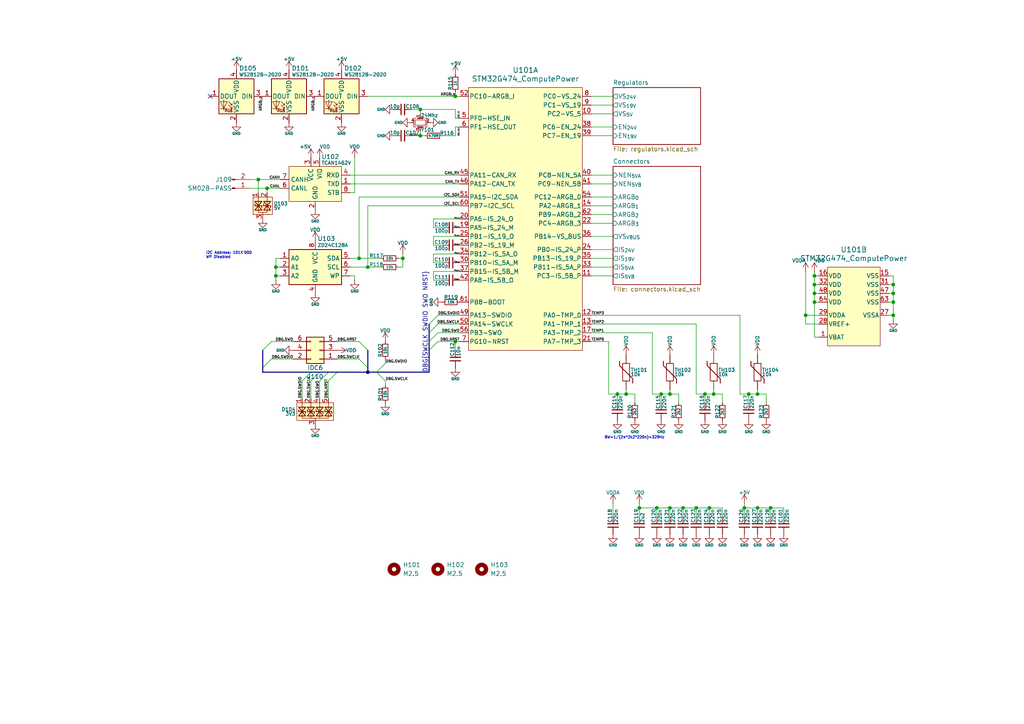
<source format=kicad_sch>
(kicad_sch (version 20250114) (generator "eeschema") (generator_version "9.0")
  (paper "A4")
  (text "I2C Address: 101X'000\nWP Disabled" (at 59.69 73.025 0) (effects (font (size 0.762 0.762)) (justify left top)))
  (text "BW=1/(2π*2k2*220n)=329Hz" (at 175.26 127 0) (effects (font (size 0.762 0.762)) (justify left)))
  (junction (at 77.47 54.61))
  (junction (at 106.68 107.95))
  (junction (at 179.07 114.3))
  (junction (at 104.14 74.93))
  (junction (at 116.84 74.93))
  (junction (at 80.01 77.47))
  (junction (at 181.61 114.3))
  (junction (at 223.52 147.32))
  (junction (at 191.77 114.3))
  (junction (at 236.22 80.01))
  (junction (at 80.01 80.01))
  (junction (at 121.92 39.37))
  (junction (at 236.22 87.63))
  (junction (at 198.12 147.32))
  (junction (at 132.08 99.06))
  (junction (at 132.08 27.94))
  (junction (at 236.22 82.55))
  (junction (at 259.08 82.55))
  (junction (at 121.92 31.75))
  (junction (at 259.08 91.44))
  (junction (at 106.68 77.47))
  (junction (at 190.5 147.32))
  (junction (at 201.93 147.32))
  (junction (at 194.31 114.3))
  (junction (at 219.71 114.3))
  (junction (at 207.01 114.3))
  (junction (at 204.47 114.3))
  (junction (at 233.68 91.44))
  (junction (at 215.9 147.32))
  (junction (at 205.74 147.32))
  (junction (at 74.93 52.07))
  (junction (at 259.08 87.63))
  (junction (at 259.08 85.09))
  (junction (at 219.71 147.32))
  (junction (at 217.17 114.3))
  (junction (at 236.22 85.09))
  (junction (at 185.42 147.32))
  (junction (at 194.31 147.32))
  (no_connect (at 60.96 27.94))
  (bus_entry (at 92.71 110.49) (size 2.54 -2.54))
  (bus_entry (at 124.46 96.52) (size 2.54 -2.54))
  (bus_entry (at 95.25 110.49) (size 2.54 -2.54))
  (bus_entry (at 90.17 110.49) (size 2.54 -2.54))
  (bus_entry (at 87.63 110.49) (size 2.54 -2.54))
  (bus_entry (at 78.74 99.06) (size -2.54 2.54))
  (bus_entry (at 104.14 99.06) (size 2.54 2.54))
  (bus_entry (at 124.46 93.98) (size 2.54 -2.54))
  (bus_entry (at 109.22 107.95) (size 2.54 2.54))
  (bus_entry (at 124.46 99.06) (size 2.54 -2.54))
  (bus_entry (at 109.22 107.95) (size 2.54 -2.54))
  (bus_entry (at 78.74 104.14) (size -2.54 2.54))
  (bus_entry (at 104.14 104.14) (size 2.54 2.54))
  (bus_entry (at 124.46 101.6) (size 2.54 -2.54))
  (wire (pts (xy 201.93 149.86) (xy 201.93 147.32)))
  (wire (pts (xy 259.08 85.09) (xy 259.08 87.63)))
  (wire (pts (xy 121.92 31.75) (xy 121.92 33.02)))
  (wire (pts (xy 219.71 147.32) (xy 223.52 147.32)))
  (wire (pts (xy 110.49 77.47) (xy 106.68 77.47)))
  (wire (pts (xy 236.22 85.09) (xy 236.22 87.63)))
  (wire (pts (xy 81.28 80.01) (xy 80.01 80.01)))
  (wire (pts (xy 125.73 78.74) (xy 125.73 81.28)))
  (wire (pts (xy 132.08 26.67) (xy 132.08 27.94)))
  (wire (pts (xy 185.42 147.32) (xy 190.5 147.32)))
  (wire (pts (xy 171.45 64.77) (xy 177.8 64.77)))
  (wire (pts (xy 194.31 147.32) (xy 198.12 147.32)))
  (wire (pts (xy 132.08 99.06) (xy 132.08 101.6)))
  (wire (pts (xy 77.47 54.61) (xy 81.28 54.61)))
  (wire (pts (xy 171.45 36.83) (xy 177.8 36.83)))
  (wire (pts (xy 115.57 74.93) (xy 116.84 74.93)))
  (wire (pts (xy 78.74 104.14) (xy 85.09 104.14)))
  (wire (pts (xy 125.73 81.28) (xy 128.27 81.28)))
  (wire (pts (xy 171.45 53.34) (xy 177.8 53.34)))
  (bus (pts (xy 124.46 101.6) (xy 124.46 107.95)))
  (wire (pts (xy 80.01 74.93) (xy 81.28 74.93)))
  (wire (pts (xy 111.76 105.41) (xy 111.76 104.14)))
  (wire (pts (xy 217.17 114.3) (xy 219.71 114.3)))
  (wire (pts (xy 97.79 104.14) (xy 104.14 104.14)))
  (wire (pts (xy 236.22 87.63) (xy 236.22 97.79)))
  (bus (pts (xy 124.46 96.52) (xy 124.46 99.06)))
  (wire (pts (xy 121.92 39.37) (xy 123.19 39.37)))
  (wire (pts (xy 171.45 39.37) (xy 177.8 39.37)))
  (wire (pts (xy 236.22 82.55) (xy 237.49 82.55)))
  (wire (pts (xy 132.08 39.37) (xy 132.08 36.83)))
  (wire (pts (xy 189.23 114.3) (xy 191.77 114.3)))
  (wire (pts (xy 207.01 114.3) (xy 209.55 114.3)))
  (wire (pts (xy 101.6 80.01) (xy 102.87 80.01)))
  (wire (pts (xy 171.45 27.94) (xy 177.8 27.94)))
  (wire (pts (xy 201.93 147.32) (xy 205.74 147.32)))
  (wire (pts (xy 125.73 66.04) (xy 128.27 66.04)))
  (wire (pts (xy 101.6 53.34) (xy 133.35 53.34)))
  (wire (pts (xy 171.45 72.39) (xy 177.8 72.39)))
  (bus (pts (xy 76.2 106.68) (xy 76.2 107.95)))
  (wire (pts (xy 204.47 114.3) (xy 204.47 116.84)))
  (bus (pts (xy 124.46 93.98) (xy 124.46 96.52)))
  (wire (pts (xy 72.39 52.07) (xy 74.93 52.07)))
  (wire (pts (xy 233.68 93.98) (xy 237.49 93.98)))
  (wire (pts (xy 259.08 82.55) (xy 259.08 85.09)))
  (wire (pts (xy 214.63 91.44) (xy 171.45 91.44)))
  (wire (pts (xy 132.08 34.29) (xy 132.08 31.75)))
  (wire (pts (xy 201.93 93.98) (xy 171.45 93.98)))
  (wire (pts (xy 72.39 54.61) (xy 77.47 54.61)))
  (wire (pts (xy 215.9 146.05) (xy 215.9 147.32)))
  (wire (pts (xy 233.68 78.74) (xy 233.68 91.44)))
  (bus (pts (xy 92.71 107.95) (xy 95.25 107.95)))
  (wire (pts (xy 205.74 149.86) (xy 205.74 147.32)))
  (bus (pts (xy 97.79 107.95) (xy 106.68 107.95)))
  (wire (pts (xy 106.68 59.69) (xy 106.68 77.47)))
  (wire (pts (xy 121.92 39.37) (xy 119.38 39.37)))
  (wire (pts (xy 179.07 114.3) (xy 181.61 114.3)))
  (wire (pts (xy 185.42 147.32) (xy 185.42 149.86)))
  (wire (pts (xy 194.31 114.3) (xy 196.85 114.3)))
  (wire (pts (xy 133.35 78.74) (xy 125.73 78.74)))
  (wire (pts (xy 77.47 54.61) (xy 77.47 55.88)))
  (wire (pts (xy 215.9 147.32) (xy 219.71 147.32)))
  (wire (pts (xy 95.25 110.49) (xy 95.25 115.57)))
  (wire (pts (xy 201.93 114.3) (xy 204.47 114.3)))
  (wire (pts (xy 259.08 87.63) (xy 259.08 91.44)))
  (wire (pts (xy 177.8 146.05) (xy 177.8 149.86)))
  (bus (pts (xy 106.68 106.68) (xy 106.68 107.95)))
  (bus (pts (xy 106.68 107.95) (xy 109.22 107.95)))
  (wire (pts (xy 209.55 149.86) (xy 209.55 147.32)))
  (wire (pts (xy 125.73 73.66) (xy 125.73 76.2)))
  (wire (pts (xy 194.31 113.03) (xy 194.31 114.3)))
  (wire (pts (xy 128.27 39.37) (xy 132.08 39.37)))
  (wire (pts (xy 97.79 99.06) (xy 104.14 99.06)))
  (wire (pts (xy 236.22 85.09) (xy 237.49 85.09)))
  (wire (pts (xy 116.84 74.93) (xy 116.84 73.66)))
  (wire (pts (xy 133.35 57.15) (xy 104.14 57.15)))
  (wire (pts (xy 227.33 149.86) (xy 227.33 147.32)))
  (wire (pts (xy 257.81 85.09) (xy 259.08 85.09)))
  (wire (pts (xy 223.52 149.86) (xy 223.52 147.32)))
  (wire (pts (xy 78.74 99.06) (xy 85.09 99.06)))
  (wire (pts (xy 106.68 27.94) (xy 132.08 27.94)))
  (bus (pts (xy 124.46 99.06) (xy 124.46 101.6)))
  (wire (pts (xy 257.81 91.44) (xy 259.08 91.44)))
  (wire (pts (xy 92.71 110.49) (xy 92.71 115.57)))
  (wire (pts (xy 236.22 78.74) (xy 236.22 80.01)))
  (wire (pts (xy 222.25 114.3) (xy 222.25 116.84)))
  (wire (pts (xy 127 96.52) (xy 133.35 96.52)))
  (wire (pts (xy 80.01 80.01) (xy 80.01 81.28)))
  (wire (pts (xy 74.93 52.07) (xy 81.28 52.07)))
  (wire (pts (xy 190.5 147.32) (xy 194.31 147.32)))
  (wire (pts (xy 125.73 76.2) (xy 128.27 76.2)))
  (wire (pts (xy 101.6 50.8) (xy 133.35 50.8)))
  (wire (pts (xy 125.73 63.5) (xy 125.73 66.04)))
  (wire (pts (xy 87.63 110.49) (xy 87.63 115.57)))
  (wire (pts (xy 214.63 114.3) (xy 214.63 91.44)))
  (wire (pts (xy 171.45 74.93) (xy 177.8 74.93)))
  (wire (pts (xy 81.28 77.47) (xy 80.01 77.47)))
  (wire (pts (xy 115.57 77.47) (xy 116.84 77.47)))
  (bus (pts (xy 90.17 107.95) (xy 92.71 107.95)))
  (wire (pts (xy 133.35 68.58) (xy 125.73 68.58)))
  (wire (pts (xy 80.01 77.47) (xy 80.01 80.01)))
  (wire (pts (xy 191.77 114.3) (xy 194.31 114.3)))
  (wire (pts (xy 201.93 114.3) (xy 201.93 93.98)))
  (wire (pts (xy 219.71 114.3) (xy 222.25 114.3)))
  (bus (pts (xy 76.2 101.6) (xy 76.2 106.68)))
  (wire (pts (xy 205.74 147.32) (xy 209.55 147.32)))
  (bus (pts (xy 90.17 107.95) (xy 76.2 107.95)))
  (wire (pts (xy 104.14 74.93) (xy 110.49 74.93)))
  (wire (pts (xy 236.22 97.79) (xy 237.49 97.79)))
  (wire (pts (xy 74.93 52.07) (xy 74.93 55.88)))
  (wire (pts (xy 223.52 147.32) (xy 227.33 147.32)))
  (wire (pts (xy 179.07 114.3) (xy 179.07 116.84)))
  (wire (pts (xy 215.9 149.86) (xy 215.9 147.32)))
  (wire (pts (xy 233.68 91.44) (xy 233.68 93.98)))
  (wire (pts (xy 171.45 50.8) (xy 177.8 50.8)))
  (bus (pts (xy 106.68 101.6) (xy 106.68 106.68)))
  (wire (pts (xy 257.81 82.55) (xy 259.08 82.55)))
  (wire (pts (xy 125.73 71.12) (xy 128.27 71.12)))
  (wire (pts (xy 104.14 74.93) (xy 101.6 74.93)))
  (wire (pts (xy 207.01 113.03) (xy 207.01 114.3)))
  (wire (pts (xy 127 93.98) (xy 133.35 93.98)))
  (wire (pts (xy 176.53 114.3) (xy 179.07 114.3)))
  (wire (pts (xy 191.77 114.3) (xy 191.77 116.84)))
  (wire (pts (xy 259.08 80.01) (xy 259.08 82.55)))
  (wire (pts (xy 133.35 73.66) (xy 125.73 73.66)))
  (wire (pts (xy 171.45 30.48) (xy 177.8 30.48)))
  (wire (pts (xy 184.15 114.3) (xy 184.15 116.84)))
  (wire (pts (xy 176.53 99.06) (xy 171.45 99.06)))
  (wire (pts (xy 125.73 68.58) (xy 125.73 71.12)))
  (wire (pts (xy 132.08 36.83) (xy 133.35 36.83)))
  (wire (pts (xy 214.63 114.3) (xy 217.17 114.3)))
  (wire (pts (xy 171.45 80.01) (xy 177.8 80.01)))
  (wire (pts (xy 80.01 74.93) (xy 80.01 77.47)))
  (wire (pts (xy 101.6 55.88) (xy 102.87 55.88)))
  (wire (pts (xy 90.17 110.49) (xy 90.17 115.57)))
  (wire (pts (xy 236.22 82.55) (xy 236.22 85.09)))
  (wire (pts (xy 101.6 77.47) (xy 106.68 77.47)))
  (wire (pts (xy 102.87 45.72) (xy 102.87 55.88)))
  (wire (pts (xy 171.45 77.47) (xy 177.8 77.47)))
  (wire (pts (xy 198.12 149.86) (xy 198.12 147.32)))
  (wire (pts (xy 219.71 113.03) (xy 219.71 114.3)))
  (wire (pts (xy 106.68 59.69) (xy 133.35 59.69)))
  (wire (pts (xy 171.45 59.69) (xy 177.8 59.69)))
  (wire (pts (xy 121.92 38.1) (xy 121.92 39.37)))
  (wire (pts (xy 185.42 146.05) (xy 185.42 147.32)))
  (wire (pts (xy 257.81 80.01) (xy 259.08 80.01)))
  (wire (pts (xy 204.47 114.3) (xy 207.01 114.3)))
  (wire (pts (xy 237.49 91.44) (xy 233.68 91.44)))
  (wire (pts (xy 181.61 114.3) (xy 184.15 114.3)))
  (wire (pts (xy 121.92 31.75) (xy 132.08 31.75)))
  (wire (pts (xy 171.45 68.58) (xy 177.8 68.58)))
  (wire (pts (xy 257.81 87.63) (xy 259.08 87.63)))
  (wire (pts (xy 194.31 149.86) (xy 194.31 147.32)))
  (wire (pts (xy 190.5 149.86) (xy 190.5 147.32)))
  (wire (pts (xy 171.45 33.02) (xy 177.8 33.02)))
  (wire (pts (xy 102.87 80.01) (xy 102.87 81.28)))
  (wire (pts (xy 217.17 114.3) (xy 217.17 116.84)))
  (wire (pts (xy 176.53 114.3) (xy 176.53 99.06)))
  (wire (pts (xy 209.55 114.3) (xy 209.55 116.84)))
  (wire (pts (xy 132.08 99.06) (xy 133.35 99.06)))
  (wire (pts (xy 104.14 57.15) (xy 104.14 74.93)))
  (wire (pts (xy 127 99.06) (xy 132.08 99.06)))
  (wire (pts (xy 181.61 113.03) (xy 181.61 114.3)))
  (wire (pts (xy 259.08 91.44) (xy 259.08 92.71)))
  (wire (pts (xy 111.76 110.49) (xy 111.76 111.76)))
  (wire (pts (xy 127 91.44) (xy 133.35 91.44)))
  (wire (pts (xy 171.45 57.15) (xy 177.8 57.15)))
  (wire (pts (xy 196.85 114.3) (xy 196.85 116.84)))
  (wire (pts (xy 236.22 80.01) (xy 237.49 80.01)))
  (wire (pts (xy 116.84 77.47) (xy 116.84 74.93)))
  (wire (pts (xy 133.35 34.29) (xy 132.08 34.29)))
  (wire (pts (xy 219.71 149.86) (xy 219.71 147.32)))
  (bus (pts (xy 109.22 107.95) (xy 124.46 107.95)))
  (wire (pts (xy 119.38 31.75) (xy 121.92 31.75)))
  (wire (pts (xy 171.45 62.23) (xy 177.8 62.23)))
  (wire (pts (xy 198.12 147.32) (xy 201.93 147.32)))
  (wire (pts (xy 132.08 27.94) (xy 133.35 27.94)))
  (wire (pts (xy 237.49 87.63) (xy 236.22 87.63)))
  (wire (pts (xy 171.45 96.52) (xy 189.23 96.52)))
  (wire (pts (xy 189.23 96.52) (xy 189.23 114.3)))
  (bus (pts (xy 95.25 107.95) (xy 97.79 107.95)))
  (wire (pts (xy 236.22 80.01) (xy 236.22 82.55)))
  (wire (pts (xy 133.35 63.5) (xy 125.73 63.5)))
  (label "CAN_RX" (at 133.35 50.8 180) (effects (font (size 0.762 0.762))))
  (label "OSC_OUT_L" (at 121.92 39.37 180) (effects (font (size 0.381 0.381))))
  (label "DBG.SWCLK" (at 90.17 115.57 90) (effects (font (size 0.762 0.762))))
  (label "OSC_IN" (at 133.35 34.29 90) (effects (font (size 0.381 0.381))))
  (label "DBG.SWCLK" (at 97.79 104.14 0) (effects (font (size 0.762 0.762))))
  (label "DBG.SWCLK" (at 133.35 93.98 180) (effects (font (size 0.762 0.762))))
  (label "ARGB_{I,0}" (at 132.08 27.94 180) (effects (font (size 0.762 0.762))))
  (label "I2C_SCL" (at 133.35 59.69 180) (effects (font (size 0.762 0.762))))
  (label "IS_{19,O}" (at 133.35 68.58 180) (effects (font (size 0.381 0.381))))
  (label "TEMP2" (at 171.45 93.98 0) (effects (font (size 0.762 0.762))))
  (label "DBG.SWDIO" (at 133.35 91.44 180) (effects (font (size 0.762 0.762))))
  (label "DBG.SWO" (at 85.09 99.06 180) (effects (font (size 0.762 0.762))))
  (label "IS_{5A,M}" (at 133.35 76.2 180) (effects (font (size 0.381 0.381))))
  (label "CANH" (at 81.28 52.07 180) (effects (font (size 0.762 0.762))))
  (label "DBG.SWO" (at 133.35 96.52 180) (effects (font (size 0.762 0.762))))
  (label "OSC_OUT" (at 133.35 36.83 270) (effects (font (size 0.381 0.381))))
  (label "DBG.NRST" (at 133.35 99.06 180) (effects (font (size 0.762 0.762))))
  (label "IS_{24,M}" (at 133.35 66.04 180) (effects (font (size 0.381 0.381))))
  (label "ARGB_{I,2}" (at 76.2 27.94 270) (effects (font (size 0.762 0.762))))
  (label "IS_{24,O}" (at 133.35 63.5 180) (effects (font (size 0.381 0.381))))
  (label "IS_{5A,O}" (at 133.3369 73.66 180) (effects (font (size 0.381 0.381))))
  (label "DBG.SWDIO" (at 87.63 115.57 90) (effects (font (size 0.762 0.762))))
  (label "IS_{19,M}" (at 133.35 71.12 180) (effects (font (size 0.381 0.381))))
  (label "DBG.SWDIO" (at 85.09 104.14 180) (effects (font (size 0.762 0.762))))
  (label "DBG.SWDIO" (at 111.76 105.41 0) (effects (font (size 0.762 0.762))))
  (label "DBG.NRST" (at 95.25 115.57 90) (effects (font (size 0.762 0.762))))
  (label "CANL" (at 81.2666 54.61 180) (effects (font (size 0.762 0.762))))
  (label "TEMP3" (at 171.45 91.44 0) (effects (font (size 0.762 0.762))))
  (label "DBG.SWO" (at 92.71 115.57 90) (effects (font (size 0.762 0.762))))
  (label "TEMP0" (at 171.45 99.06 0) (effects (font (size 0.762 0.762))))
  (label "DBG.SWCLK" (at 111.76 110.49 0) (effects (font (size 0.762 0.762))))
  (label "ARGB_{I,1}" (at 91.44 27.94 270) (effects (font (size 0.762 0.762))))
  (label "TEMP1" (at 171.45 96.52 0) (effects (font (size 0.762 0.762))))
  (label "DBG{SWCLK SWDIO SWO NRST}" (at 124.46 107.95 90))
  (label "IS_{5B,O}" (at 133.35 78.74 180) (effects (font (size 0.381 0.381))))
  (label "DBG.NRST" (at 97.79 99.06 0) (effects (font (size 0.762 0.762))))
  (label "I2C_SDA" (at 133.35 57.15 180) (effects (font (size 0.762 0.762))))
  (label "CAN_TX" (at 133.35 53.34 180) (effects (font (size 0.762 0.762))))
  (label "IS_{5B,M}" (at 133.35 81.28 180) (effects (font (size 0.381 0.381))))
  (symbol (lib_id "power:VDD") (at 181.61 102.87 0) (mirror y) (unit 1)
    (property "Reference" "#PWR0195" (effects (hide yes)))
    (property "Value" "VDD" (at 181.61 100.33 90) (effects (font (size 1.016 1.016)) (justify left)))
    (property "Description" "Power symbol creates a global label with name \"VDD\"" (effects (hide yes)))
  )
  (symbol (lib_id "power:GND") (at 205.74 154.94 0) (unit 1)
    (property "Reference" "#PWR0235" (effects (hide yes)))
    (property "Value" "GND" (at 205.74 158.115 0) (effects (font (size 0.762 0.762))))
    (property "Description" "Power symbol creates a global label with name \"GND\" , ground" (effects (hide yes)))
  )
  (symbol (lib_id "power:GND") (at 196.85 121.92 0) (unit 1)
    (property "Reference" "#PWR0210" (effects (hide yes)))
    (property "Value" "GND" (at 196.85 125.222 0) (effects (font (size 0.762 0.762))))
    (property "Description" "Power symbol creates a global label with name \"GND\" , ground" (effects (hide yes)))
  )
  (symbol (lib_id "power:GND") (at 184.15 121.92 0) (unit 1)
    (property "Reference" "#PWR0208" (effects (hide yes)))
    (property "Value" "GND" (at 184.15 125.222 0) (effects (font (size 0.762 0.762))))
    (property "Description" "Power symbol creates a global label with name \"GND\" , ground" (effects (hide yes)))
  )
  (symbol (lib_id "Bluesat:D_TVS_Dual_Compact") (at 76.2 59.69 0) (unit 1)
    (property "Reference" "D103" (at 79.375 59.055 0) (effects (font (size 1.016 1.016)) (justify left)))
    (property "Value" "5V" (at 79.375 60.325 0) (effects (font (size 1.016 1.016)) (justify left)))
    (property "Footprint" "Package_TO_SOT_SMD:SOT-523" (effects (hide yes)))
    (property "Description" "Dual bidirectional transient-voltage-suppression diode, compact symbol" (effects (hide yes)))
  )
  (symbol (lib_id "Bluesat:C_CompactV") (at 204.47 119.38 0) (unit 1)
    (property "Reference" "C116" (at 203.581 118.618 90) (effects (font (size 1.016 1.016)) (justify left)))
    (property "Value" "220n" (at 205.359 118.618 90) (effects (font (size 1.016 1.016)) (justify left)))
    (property "Footprint" "Capacitor_SMD:C_0402_1005Metric" (effects (hide yes)))
    (property "Description" "Unpolarized capacitor, compact symbol" (effects (hide yes)))
  )
  (symbol (lib_id "power:GND") (at 217.17 121.92 0) (unit 1)
    (property "Reference" "#PWR0219" (effects (hide yes)))
    (property "Value" "GND" (at 217.17 125.222 0) (effects (font (size 0.762 0.762))))
    (property "Description" "Power symbol creates a global label with name \"GND\" , ground" (effects (hide yes)))
  )
  (symbol (lib_id "LED:WS2812B-2020") (at 83.82 27.94 0) (mirror y) (unit 1)
    (property "Reference" "D101" (at 84.582 19.812 0) (effects (justify right)))
    (property "Value" "WS2812B-2020" (at 84.582 21.6468 0) (effects (font (size 1.016 1.016)) (justify right)))
    (property "Footprint" "LED_SMD:LED_WS2812B-2020_PLCC4_2.0x2.0mm" (effects (hide yes)))
    (property "Datasheet" "https://cdn-shop.adafruit.com/product-files/4684/4684_WS2812B-2020_V1.3_EN.pdf" (effects (hide yes)))
    (property "Description" "RGB LED with integrated controller, 2.0 x 2.0 mm, 12 mA" (effects (hide yes)))
  )
  (symbol (lib_id "power:GND") (at 223.52 154.94 0) (unit 1)
    (property "Reference" "#PWR0239" (effects (hide yes)))
    (property "Value" "GND" (at 223.52 158.115 0) (effects (font (size 0.762 0.762))))
    (property "Description" "Power symbol creates a global label with name \"GND\" , ground" (effects (hide yes)))
  )
  (symbol (lib_id "Bluesat:R_CompactV") (at 130.81 87.63 270) (unit 1)
    (property "Reference" "R119" (at 130.81 86.741 90) (effects (font (size 1.016 1.016)) (justify bottom)))
    (property "Value" "10k" (at 130.81 87.63 90) (effects (font (size 0.762 0.762))))
    (property "Footprint" "Resistor_SMD:R_0402_1005Metric" (effects (hide yes)))
    (property "Description" "Resistor, compact symbol" (effects (hide yes)))
  )
  (symbol (lib_id "Bluesat:C_CompactV") (at 185.42 152.4 0) (unit 1)
    (property "Reference" "C119" (at 184.531 151.638 90) (effects (font (size 1.016 1.016)) (justify left)))
    (property "Value" "2u2" (at 186.309 151.638 90) (effects (font (size 1.016 1.016)) (justify left)))
    (property "Footprint" "Capacitor_SMD:C_0603_1608Metric" (effects (hide yes)))
    (property "Description" "Unpolarized capacitor, compact symbol" (effects (hide yes)))
  )
  (symbol (lib_id "Bluesat:C_CompactV") (at 191.77 119.38 0) (unit 1)
    (property "Reference" "C115" (at 190.881 118.618 90) (effects (font (size 1.016 1.016)) (justify left)))
    (property "Value" "220n" (at 192.659 118.618 90) (effects (font (size 1.016 1.016)) (justify left)))
    (property "Footprint" "Capacitor_SMD:C_0402_1005Metric" (effects (hide yes)))
    (property "Description" "Unpolarized capacitor, compact symbol" (effects (hide yes)))
  )
  (symbol (lib_id "Bluesat:STM32G474_ComputePower") (at 152.4 25.4 0) (unit 1)
    (property "Reference" "U101" (at 152.4 20.32 0) (effects (font (size 1.524 1.524))))
    (property "Value" "STM32G474_ComputePower" (at 152.4 22.86 0) (effects (font (size 1.524 1.524))))
    (property "Footprint" "Bluesat:LQFP-64-0.5" (effects (hide yes)))
    (property "Datasheet" "https://www.st.com/resource/en/datasheet/stm32g474cb.pdf" (effects (hide yes)))
  )
  (symbol (lib_id "power:GND") (at 124.46 35.56 90) (unit 1)
    (property "Reference" "#PWR0177" (effects (hide yes)))
    (property "Value" "GND" (at 127 35.56 90) (effects (font (size 0.762 0.762)) (justify right)))
    (property "Description" "Power symbol creates a global label with name \"GND\" , ground" (effects (hide yes)))
  )
  (symbol (lib_id "power:+5V") (at 83.82 20.32 0) (unit 1)
    (property "Reference" "#PWR0164" (effects (hide yes)))
    (property "Value" "+5V" (at 83.82 17.145 0) (effects (font (size 1.016 1.016))))
    (property "Description" "Power symbol creates a global label with name \"+5V\"" (effects (hide yes)))
  )
  (symbol (lib_id "Bluesat:C_CompactV") (at 179.07 119.38 0) (unit 1)
    (property "Reference" "C114" (at 178.181 118.618 90) (effects (font (size 1.016 1.016)) (justify left)))
    (property "Value" "220n" (at 179.959 118.618 90) (effects (font (size 1.016 1.016)) (justify left)))
    (property "Footprint" "Capacitor_SMD:C_0402_1005Metric" (effects (hide yes)))
    (property "Description" "Unpolarized capacitor, compact symbol" (effects (hide yes)))
  )
  (symbol (lib_id "power:GND") (at 91.44 60.96 0) (unit 1)
    (property "Reference" "#PWR0182" (effects (hide yes)))
    (property "Value" "GND" (at 91.44 64.135 0) (effects (font (size 0.762 0.762))))
    (property "Description" "Power symbol creates a global label with name \"GND\" , ground" (effects (hide yes)))
  )
  (symbol (lib_id "power:GND") (at 68.58 35.56 0) (unit 1)
    (property "Reference" "#PWR0103" (effects (hide yes)))
    (property "Value" "GND" (at 68.58 38.735 0) (effects (font (size 0.762 0.762))))
    (property "Description" "Power symbol creates a global label with name \"GND\" , ground" (effects (hide yes)))
  )
  (symbol (lib_id "Bluesat:R_CompactV") (at 184.15 119.38 0) (unit 1)
    (property "Reference" "R120" (at 183.261 119.38 90) (effects (font (size 1.016 1.016)) (justify bottom)))
    (property "Value" "2k2" (at 184.15 119.38 90) (effects (font (size 0.762 0.762))))
    (property "Footprint" "Resistor_SMD:R_0402_1005Metric" (effects (hide yes)))
    (property "Description" "Resistor, compact symbol" (effects (hide yes)))
  )
  (symbol (lib_id "power:GND") (at 179.07 121.92 0) (unit 1)
    (property "Reference" "#PWR0200" (effects (hide yes)))
    (property "Value" "GND" (at 179.07 125.222 0) (effects (font (size 0.762 0.762))))
    (property "Description" "Power symbol creates a global label with name \"GND\" , ground" (effects (hide yes)))
  )
  (symbol (lib_id "power:GND") (at 209.55 154.94 0) (unit 1)
    (property "Reference" "#PWR0236" (effects (hide yes)))
    (property "Value" "GND" (at 209.55 158.115 0) (effects (font (size 0.762 0.762))))
    (property "Description" "Power symbol creates a global label with name \"GND\" , ground" (effects (hide yes)))
  )
  (symbol (lib_id "power:VDD") (at 91.44 69.85 0) (unit 1)
    (property "Reference" "#PWR0184" (effects (hide yes)))
    (property "Value" "VDD" (at 91.44 66.675 0) (effects (font (size 1.016 1.016))))
    (property "Description" "Power symbol creates a global label with name \"VDD\"" (effects (hide yes)))
  )
  (symbol (lib_id "Bluesat:C_CompactH") (at 116.84 31.75 0) (unit 1)
    (property "Reference" "C106" (at 117.602 30.861 0) (effects (font (size 1.016 1.016)) (justify left)))
    (property "Value" "10p" (at 116.078 30.861 0) (effects (font (size 1.016 1.016)) (justify right)))
    (property "Footprint" "Capacitor_SMD:C_0402_1005Metric" (effects (hide yes)))
    (property "Description" "Unpolarized capacitor, compact symbol" (effects (hide yes)))
  )
  (symbol (lib_id "Bluesat:STM32G474_ComputePower") (at 247.65 77.47 0) (unit 2)
    (property "Reference" "U101" (at 247.65 72.39 0) (effects (font (size 1.524 1.524))))
    (property "Value" "STM32G474_ComputePower" (at 247.65 74.93 0) (effects (font (size 1.524 1.524))))
    (property "Footprint" "Bluesat:LQFP-64-0.5" (effects (hide yes)))
    (property "Datasheet" "https://www.st.com/resource/en/datasheet/stm32g474cb.pdf" (effects (hide yes)))
  )
  (symbol (lib_id "Bluesat:R_CompactV") (at 209.55 119.38 0) (unit 1)
    (property "Reference" "R122" (at 208.661 119.38 90) (effects (font (size 1.016 1.016)) (justify bottom)))
    (property "Value" "2k2" (at 209.55 119.38 90) (effects (font (size 0.762 0.762))))
    (property "Footprint" "Resistor_SMD:R_0402_1005Metric" (effects (hide yes)))
    (property "Description" "Resistor, compact symbol" (effects (hide yes)))
  )
  (symbol (lib_id "power:VDD") (at 194.31 102.87 0) (mirror y) (unit 1)
    (property "Reference" "#PWR0196" (effects (hide yes)))
    (property "Value" "VDD" (at 194.31 100.33 90) (effects (font (size 1.016 1.016)) (justify left)))
    (property "Description" "Power symbol creates a global label with name \"VDD\"" (effects (hide yes)))
  )
  (symbol (lib_id "Mechanical:MountingHole") (at 139.7 165.1 0) (unit 1) (in_bom no)
    (property "Reference" "H103" (at 142.24 163.8299 0) (effects (justify left)))
    (property "Value" "M2.5" (at 142.24 166.3699 0) (effects (justify left)))
    (property "Footprint" "Bluesat:M2.5" (effects (hide yes)))
    (property "Description" "Mounting Hole without connection" (effects (hide yes)))
  )
  (symbol (lib_id "power:GND") (at 190.5 154.94 0) (unit 1)
    (property "Reference" "#PWR0230" (effects (hide yes)))
    (property "Value" "GND" (at 190.5 158.115 0) (effects (font (size 0.762 0.762))))
    (property "Description" "Power symbol creates a global label with name \"GND\" , ground" (effects (hide yes)))
  )
  (symbol (lib_id "power:GND") (at 219.71 154.94 0) (unit 1)
    (property "Reference" "#PWR0238" (effects (hide yes)))
    (property "Value" "GND" (at 219.71 158.115 0) (effects (font (size 0.762 0.762))))
    (property "Description" "Power symbol creates a global label with name \"GND\" , ground" (effects (hide yes)))
  )
  (symbol (lib_id "power:GND") (at 99.06 35.56 0) (unit 1)
    (property "Reference" "#PWR0175" (effects (hide yes)))
    (property "Value" "GND" (at 99.06 38.735 0) (effects (font (size 0.762 0.762))))
    (property "Description" "Power symbol creates a global label with name \"GND\" , ground" (effects (hide yes)))
  )
  (symbol (lib_id "power:GND") (at 201.93 154.94 0) (unit 1)
    (property "Reference" "#PWR0233" (effects (hide yes)))
    (property "Value" "GND" (at 201.93 158.115 0) (effects (font (size 0.762 0.762))))
    (property "Description" "Power symbol creates a global label with name \"GND\" , ground" (effects (hide yes)))
  )
  (symbol (lib_id "power:GND") (at 91.44 123.19 0) (unit 1)
    (property "Reference" "#PWR0221" (effects (hide yes)))
    (property "Value" "GND" (at 91.44 126.365 0) (effects (font (size 0.762 0.762))))
    (property "Description" "Power symbol creates a global label with name \"GND\" , ground" (effects (hide yes)))
  )
  (symbol (lib_id "LED:WS2812B-2020") (at 99.06 27.94 0) (mirror y) (unit 1)
    (property "Reference" "D102" (at 99.822 19.812 0) (effects (justify right)))
    (property "Value" "WS2812B-2020" (at 99.822 21.6468 0) (effects (font (size 1.016 1.016)) (justify right)))
    (property "Footprint" "LED_SMD:LED_WS2812B-2020_PLCC4_2.0x2.0mm" (effects (hide yes)))
    (property "Datasheet" "https://cdn-shop.adafruit.com/product-files/4684/4684_WS2812B-2020_V1.3_EN.pdf" (effects (hide yes)))
    (property "Description" "RGB LED with integrated controller, 2.0 x 2.0 mm, 12 mA" (effects (hide yes)))
  )
  (symbol (lib_id "Bluesat:C_CompactV") (at 130.81 71.12 90) (mirror x) (unit 1)
    (property "Reference" "C109" (at 130.048 70.231 90) (effects (font (size 1.016 1.016)) (justify left)))
    (property "Value" "100p" (at 130.048 72.009 90) (effects (font (size 1.016 1.016)) (justify left)))
    (property "Footprint" "Capacitor_SMD:C_0402_1005Metric" (effects (hide yes)))
    (property "Description" "Unpolarized capacitor, compact symbol" (effects (hide yes)))
  )
  (symbol (lib_id "power:+5V") (at 99.06 20.32 0) (unit 1)
    (property "Reference" "#PWR0165" (effects (hide yes)))
    (property "Value" "+5V" (at 99.06 17.145 0) (effects (font (size 1.016 1.016))))
    (property "Description" "Power symbol creates a global label with name \"+5V\"" (effects (hide yes)))
  )
  (symbol (lib_id "power:GND") (at 111.76 116.84 0) (unit 1)
    (property "Reference" "#PWR0240" (effects (hide yes)))
    (property "Value" "GND" (at 111.76 120.015 0) (effects (font (size 0.762 0.762))))
    (property "Description" "Power symbol creates a global label with name \"GND\" , ground" (effects (hide yes)))
  )
  (symbol (lib_id "Bluesat:C_CompactV") (at 215.9 152.4 0) (unit 1)
    (property "Reference" "C126" (at 215.011 151.638 90) (effects (font (size 1.016 1.016)) (justify left)))
    (property "Value" "220n" (at 216.789 151.638 90) (effects (font (size 1.016 1.016)) (justify left)))
    (property "Footprint" "Capacitor_SMD:C_0402_1005Metric" (effects (hide yes)))
    (property "Description" "Unpolarized capacitor, compact symbol" (effects (hide yes)))
  )
  (symbol (lib_id "Device:Thermistor") (at 207.01 107.95 0) (unit 1)
    (property "Reference" "TH103" (at 208.28 107.315 0) (effects (font (size 1.016 1.016)) (justify left)))
    (property "Value" "10k" (at 208.28 108.585 0) (effects (font (size 1.016 1.016)) (justify left)))
    (property "Footprint" "Resistor_SMD:R_0402_1005Metric" (effects (hide yes)))
    (property "Description" "Temperature dependent resistor" (effects (hide yes)))
  )
  (symbol (lib_id "Bluesat:C_CompactV") (at 130.81 66.04 90) (mirror x) (unit 1)
    (property "Reference" "C108" (at 130.048 65.151 90) (effects (font (size 1.016 1.016)) (justify left)))
    (property "Value" "100p" (at 130.048 66.929 90) (effects (font (size 1.016 1.016)) (justify left)))
    (property "Footprint" "Capacitor_SMD:C_0402_1005Metric" (effects (hide yes)))
    (property "Description" "Unpolarized capacitor, compact symbol" (effects (hide yes)))
  )
  (symbol (lib_id "power:GND") (at 85.09 101.6 270) (unit 1)
    (property "Reference" "#PWR0194" (effects (hide yes)))
    (property "Value" "GND" (at 82.55 101.6 90) (effects (font (size 0.762 0.762)) (justify right)))
    (property "Description" "Power symbol creates a global label with name \"GND\" , ground" (effects (hide yes)))
  )
  (symbol (lib_id "Bluesat:C_CompactV") (at 198.12 152.4 0) (unit 1)
    (property "Reference" "C122" (at 197.231 151.638 90) (effects (font (size 1.016 1.016)) (justify left)))
    (property "Value" "220n" (at 199.009 151.638 90) (effects (font (size 1.016 1.016)) (justify left)))
    (property "Footprint" "Capacitor_SMD:C_0402_1005Metric" (effects (hide yes)))
    (property "Description" "Unpolarized capacitor, compact symbol" (effects (hide yes)))
  )
  (symbol (lib_id "Bluesat:C_CompactH") (at 116.84 39.37 0) (unit 1)
    (property "Reference" "C107" (at 117.602 38.481 0) (effects (font (size 1.016 1.016)) (justify left)))
    (property "Value" "10p" (at 116.078 38.481 0) (effects (font (size 1.016 1.016)) (justify right)))
    (property "Footprint" "Capacitor_SMD:C_0402_1005Metric" (effects (hide yes)))
    (property "Description" "Unpolarized capacitor, compact symbol" (effects (hide yes)))
  )
  (symbol (lib_id "power:GND") (at 227.33 154.94 0) (unit 1)
    (property "Reference" "#PWR0104" (effects (hide yes)))
    (property "Value" "GND" (at 227.33 158.115 0) (effects (font (size 0.762 0.762))))
    (property "Description" "Power symbol creates a global label with name \"GND\" , ground" (effects (hide yes)))
  )
  (symbol (lib_id "Bluesat:C_CompactV") (at 227.33 152.4 0) (unit 1)
    (property "Reference" "C101" (at 226.441 151.638 90) (effects (font (size 1.016 1.016)) (justify left)))
    (property "Value" "220n" (at 228.219 151.638 90) (effects (font (size 1.016 1.016)) (justify left)))
    (property "Footprint" "Capacitor_SMD:C_0402_1005Metric" (effects (hide yes)))
    (property "Description" "Unpolarized capacitor, compact symbol" (effects (hide yes)))
  )
  (symbol (lib_id "power:GND") (at 198.12 154.94 0) (unit 1)
    (property "Reference" "#PWR0232" (effects (hide yes)))
    (property "Value" "GND" (at 198.12 158.115 0) (effects (font (size 0.762 0.762))))
    (property "Description" "Power symbol creates a global label with name \"GND\" , ground" (effects (hide yes)))
  )
  (symbol (lib_id "Bluesat:R_CompactV") (at 132.08 24.13 0) (unit 1)
    (property "Reference" "R115" (at 131.191 24.13 90) (effects (font (size 1.016 1.016)) (justify bottom)))
    (property "Value" "1k" (at 132.08 24.13 90) (effects (font (size 0.762 0.762))))
    (property "Footprint" "Resistor_SMD:R_0402_1005Metric" (effects (hide yes)))
    (property "Description" "Resistor, compact symbol" (effects (hide yes)))
  )
  (symbol (lib_id "Bluesat:C_CompactV") (at 130.81 81.28 90) (mirror x) (unit 1)
    (property "Reference" "C111" (at 130.048 80.391 90) (effects (font (size 1.016 1.016)) (justify left)))
    (property "Value" "100p" (at 130.048 82.169 90) (effects (font (size 1.016 1.016)) (justify left)))
    (property "Footprint" "Capacitor_SMD:C_0402_1005Metric" (effects (hide yes)))
    (property "Description" "Unpolarized capacitor, compact symbol" (effects (hide yes)))
  )
  (symbol (lib_id "Bluesat:C_CompactV") (at 223.52 152.4 0) (unit 1)
    (property "Reference" "C128" (at 222.631 151.638 90) (effects (font (size 1.016 1.016)) (justify left)))
    (property "Value" "220n" (at 224.409 151.638 90) (effects (font (size 1.016 1.016)) (justify left)))
    (property "Footprint" "Capacitor_SMD:C_0402_1005Metric" (effects (hide yes)))
    (property "Description" "Unpolarized capacitor, compact symbol" (effects (hide yes)))
  )
  (symbol (lib_id "power:GND") (at 259.08 92.71 0) (unit 1)
    (property "Reference" "#PWR0192" (effects (hide yes)))
    (property "Value" "GND" (at 259.08 95.885 0) (effects (font (size 0.762 0.762))))
    (property "Description" "Power symbol creates a global label with name \"GND\" , ground" (effects (hide yes)))
  )
  (symbol (lib_id "Bluesat:R_CompactV") (at 111.76 114.3 0) (unit 1)
    (property "Reference" "R101" (at 110.871 114.3 90) (effects (font (size 1.016 1.016)) (justify bottom)))
    (property "Value" "10k" (at 111.76 114.3 90) (effects (font (size 0.762 0.762))))
    (property "Footprint" "Resistor_SMD:R_0402_1005Metric" (effects (hide yes)))
    (property "Description" "Resistor, compact symbol" (effects (hide yes)))
  )
  (symbol (lib_id "power:GND") (at 114.3 31.75 270) (mirror x) (unit 1)
    (property "Reference" "#PWR0167" (effects (hide yes)))
    (property "Value" "GND" (at 111.76 31.75 90) (effects (font (size 0.762 0.762)) (justify right)))
    (property "Description" "Power symbol creates a global label with name \"GND\" , ground" (effects (hide yes)))
  )
  (symbol (lib_id "power:GND") (at 128.27 87.63 270) (unit 1)
    (property "Reference" "#PWR0191" (effects (hide yes)))
    (property "Value" "GND" (at 125.095 87.63 0) (effects (font (size 0.762 0.762))))
    (property "Description" "Power symbol creates a global label with name \"GND\" , ground" (effects (hide yes)))
  )
  (symbol (lib_id "power:VDD") (at 102.87 45.72 0) (unit 1)
    (property "Reference" "#PWR0181" (effects (hide yes)))
    (property "Value" "VDD" (at 102.87 42.545 0) (effects (font (size 1.016 1.016))))
    (property "Description" "Power symbol creates a global label with name \"VDD\"" (effects (hide yes)))
  )
  (symbol (lib_id "Bluesat:R_CompactV") (at 196.85 119.38 0) (unit 1)
    (property "Reference" "R121" (at 195.961 119.38 90) (effects (font (size 1.016 1.016)) (justify bottom)))
    (property "Value" "2k2" (at 196.85 119.38 90) (effects (font (size 0.762 0.762))))
    (property "Footprint" "Resistor_SMD:R_0402_1005Metric" (effects (hide yes)))
    (property "Description" "Resistor, compact symbol" (effects (hide yes)))
  )
  (symbol (lib_id "power:VDD") (at 219.71 102.87 0) (mirror y) (unit 1)
    (property "Reference" "#PWR0198" (effects (hide yes)))
    (property "Value" "VDD" (at 219.71 100.33 90) (effects (font (size 1.016 1.016)) (justify left)))
    (property "Description" "Power symbol creates a global label with name \"VDD\"" (effects (hide yes)))
  )
  (symbol (lib_id "Connector_Generic:Conn_02x03_Odd_Even") (at 92.71 101.6 180) (unit 1)
    (property "Reference" "J110" (at 91.44 109.22 0))
    (property "Value" "IDC6" (at 91.44 106.68 0))
    (property "Footprint" "Bluesat:IDC6" (effects (hide yes)))
    (property "Description" "Generic connector, double row, 02x03, odd/even pin numbering scheme (row 1 odd numbers, row 2 even numbers), script generated (kicad-library-utils/schlib/autogen/connector/)" (effects (hide yes)))
  )
  (symbol (lib_id "Bluesat:C_CompactV") (at 219.71 152.4 0) (unit 1)
    (property "Reference" "C127" (at 218.821 151.638 90) (effects (font (size 1.016 1.016)) (justify left)))
    (property "Value" "220n" (at 220.599 151.638 90) (effects (font (size 1.016 1.016)) (justify left)))
    (property "Footprint" "Capacitor_SMD:C_0402_1005Metric" (effects (hide yes)))
    (property "Description" "Unpolarized capacitor, compact symbol" (effects (hide yes)))
  )
  (symbol (lib_id "power:GND") (at 177.8 154.94 0) (unit 1)
    (property "Reference" "#PWR0228" (effects (hide yes)))
    (property "Value" "GND" (at 177.8 158.115 0) (effects (font (size 0.762 0.762))))
    (property "Description" "Power symbol creates a global label with name \"GND\" , ground" (effects (hide yes)))
  )
  (symbol (lib_id "power:VDDA") (at 233.68 78.74 0) (unit 1)
    (property "Reference" "#PWR0186" (effects (hide yes)))
    (property "Value" "VDDA" (at 233.68 75.565 0) (effects (font (size 1.016 1.016)) (justify right)))
    (property "Description" "Power symbol creates a global label with name \"VDDA\"" (effects (hide yes)))
  )
  (symbol (lib_id "Mechanical:MountingHole") (at 114.3 165.1 0) (unit 1) (in_bom no)
    (property "Reference" "H101" (at 116.84 163.8299 0) (effects (justify left)))
    (property "Value" "M2.5" (at 116.84 166.3699 0) (effects (justify left)))
    (property "Footprint" "Bluesat:M2.5" (effects (hide yes)))
    (property "Description" "Mounting Hole without connection" (effects (hide yes)))
  )
  (symbol (lib_id "Bluesat:TCAN1462V") (at 91.44 53.34 0) (mirror y) (unit 1)
    (property "Reference" "U102" (at 93.218 45.466 0) (effects (justify right)))
    (property "Value" "TCAN1462V" (at 93.218 47.244 0) (effects (font (size 1.016 1.016)) (justify right)))
    (property "Footprint" "Package_SO:SOIC-8_3.9x4.9mm_P1.27mm" (effects (hide yes)))
    (property "Datasheet" "https://www.ti.com/lit/ds/symlink/tcan1462-q1.pdf" (effects (hide yes)))
    (property "Description" "CAN FD Transceiver with Signal Improvement Capability (SIC)" (effects (hide yes)))
  )
  (symbol (lib_id "Bluesat:R_CompactV") (at 222.25 119.38 0) (unit 1)
    (property "Reference" "R123" (at 221.361 119.38 90) (effects (font (size 1.016 1.016)) (justify bottom)))
    (property "Value" "2k2" (at 222.25 119.38 90) (effects (font (size 0.762 0.762))))
    (property "Footprint" "Resistor_SMD:R_0402_1005Metric" (effects (hide yes)))
    (property "Description" "Resistor, compact symbol" (effects (hide yes)))
  )
  (symbol (lib_id "Bluesat:R_CompactH") (at 113.03 74.93 0) (mirror y) (unit 1)
    (property "Reference" "R117" (at 111.1885 74.7395 0) (effects (font (size 1.016 1.016)) (justify left bottom)))
    (property "Value" "10k" (at 113.03 74.93 0) (effects (font (size 0.762 0.762))))
    (property "Footprint" "Resistor_SMD:R_0402_1005Metric" (effects (hide yes)))
    (property "Description" "Resistor, compact symbol" (effects (hide yes)))
  )
  (symbol (lib_id "power:GND") (at 194.31 154.94 0) (unit 1)
    (property "Reference" "#PWR0231" (effects (hide yes)))
    (property "Value" "GND" (at 194.31 158.115 0) (effects (font (size 0.762 0.762))))
    (property "Description" "Power symbol creates a global label with name \"GND\" , ground" (effects (hide yes)))
  )
  (symbol (lib_id "power:VDDA") (at 177.8 146.05 0) (unit 1)
    (property "Reference" "#PWR0222" (effects (hide yes)))
    (property "Value" "VDDA" (at 177.8 142.875 0) (effects (font (size 1.016 1.016))))
    (property "Description" "Power symbol creates a global label with name \"VDDA\"" (effects (hide yes)))
  )
  (symbol (lib_id "Memory_EEPROM:24LC128") (at 91.44 77.47 0) (unit 1)
    (property "Reference" "U103" (at 92.075 69.215 0) (effects (justify left)))
    (property "Value" "ZD24C128A" (at 92.075 71.12 0) (effects (font (size 1.016 1.016)) (justify left)))
    (property "Footprint" "Package_SO:TSSOP-8_4.4x3mm_P0.65mm" (effects (hide yes)))
    (property "Datasheet" "http://ww1.microchip.com/downloads/en/DeviceDoc/21191s.pdf" (effects (hide yes)))
    (property "Description" "I2C Serial EEPROM, 128Kb, DIP-8/SOIC-8/TSSOP-8/DFN-8" (effects (hide yes)))
  )
  (symbol (lib_id "power:VDD") (at 111.76 99.06 0) (mirror y) (unit 1)
    (property "Reference" "#PWR0101" (effects (hide yes)))
    (property "Value" "VDD" (at 111.76 95.885 0) (effects (font (size 1.016 1.016))))
    (property "Description" "Power symbol creates a global label with name \"VDD\"" (effects (hide yes)))
  )
  (symbol (lib_id "Bluesat:R_CompactV") (at 111.76 101.6 0) (mirror x) (unit 1)
    (property "Reference" "R102" (at 110.871 101.6 90) (effects (font (size 1.016 1.016)) (justify bottom)))
    (property "Value" "10k" (at 111.76 101.6 90) (effects (font (size 0.762 0.762))))
    (property "Footprint" "Resistor_SMD:R_0402_1005Metric" (effects (hide yes)))
    (property "Description" "Resistor, compact symbol" (effects (hide yes)))
  )
  (symbol (lib_id "Bluesat:C_CompactV") (at 205.74 152.4 0) (unit 1)
    (property "Reference" "C124" (at 204.851 151.638 90) (effects (font (size 1.016 1.016)) (justify left)))
    (property "Value" "220n" (at 206.629 151.638 90) (effects (font (size 1.016 1.016)) (justify left)))
    (property "Footprint" "Capacitor_SMD:C_0402_1005Metric" (effects (hide yes)))
    (property "Description" "Unpolarized capacitor, compact symbol" (effects (hide yes)))
  )
  (symbol (lib_id "power:GND") (at 204.47 121.92 0) (unit 1)
    (property "Reference" "#PWR0212" (effects (hide yes)))
    (property "Value" "GND" (at 204.47 125.222 0) (effects (font (size 0.762 0.762))))
    (property "Description" "Power symbol creates a global label with name \"GND\" , ground" (effects (hide yes)))
  )
  (symbol (lib_id "Bluesat:R_CompactH") (at 113.03 77.47 0) (mirror y) (unit 1)
    (property "Reference" "R118" (at 111.1885 77.2795 0) (effects (font (size 1.016 1.016)) (justify left bottom)))
    (property "Value" "10k" (at 113.03 77.47 0) (effects (font (size 0.762 0.762))))
    (property "Footprint" "Resistor_SMD:R_0402_1005Metric" (effects (hide yes)))
    (property "Description" "Resistor, compact symbol" (effects (hide yes)))
  )
  (symbol (lib_id "power:VDD") (at 207.01 102.87 0) (mirror y) (unit 1)
    (property "Reference" "#PWR0197" (effects (hide yes)))
    (property "Value" "VDD" (at 207.01 100.33 90) (effects (font (size 1.016 1.016)) (justify left)))
    (property "Description" "Power symbol creates a global label with name \"VDD\"" (effects (hide yes)))
  )
  (symbol (lib_id "power:+5V") (at 215.9 146.05 0) (unit 1)
    (property "Reference" "#PWR0227" (effects (hide yes)))
    (property "Value" "+5V" (at 215.9 142.875 0) (effects (font (size 1.016 1.016))))
    (property "Description" "Power symbol creates a global label with name \"+5V\"" (effects (hide yes)))
  )
  (symbol (lib_id "power:GND") (at 215.9 154.94 0) (unit 1)
    (property "Reference" "#PWR0237" (effects (hide yes)))
    (property "Value" "GND" (at 215.9 158.115 0) (effects (font (size 0.762 0.762))))
    (property "Description" "Power symbol creates a global label with name \"GND\" , ground" (effects (hide yes)))
  )
  (symbol (lib_id "power:GND") (at 119.38 35.56 270) (mirror x) (unit 1)
    (property "Reference" "#PWR0176" (effects (hide yes)))
    (property "Value" "GND" (at 116.84 35.56 90) (effects (font (size 0.762 0.762)) (justify right)))
    (property "Description" "Power symbol creates a global label with name \"GND\" , ground" (effects (hide yes)))
  )
  (symbol (lib_id "power:GND") (at 80.01 81.28 0) (unit 1)
    (property "Reference" "#PWR0188" (effects (hide yes)))
    (property "Value" "GND" (at 80.01 84.455 0) (effects (font (size 0.762 0.762))))
    (property "Description" "Power symbol creates a global label with name \"GND\" , ground" (effects (hide yes)))
  )
  (symbol (lib_id "Device:Crystal_GND24_Small") (at 121.92 35.56 90) (mirror x) (unit 1)
    (property "Reference" "Y101" (at 122.047 37.084 90) (effects (font (size 1.016 1.016)) (justify right top)))
    (property "Value" "24Mhz" (at 122.047 34.036 90) (effects (font (size 1.016 1.016)) (justify right bottom)))
    (property "Footprint" "Crystal:Crystal_SMD_2016-4Pin_2.0x1.6mm" (effects (hide yes)))
    (property "Description" "Four pin crystal, GND on pins 2 and 4, small symbol" (effects (hide yes)))
  )
  (symbol (lib_id "power:GND") (at 91.44 85.09 0) (unit 1)
    (property "Reference" "#PWR0190" (effects (hide yes)))
    (property "Value" "GND" (at 91.44 88.265 0) (effects (font (size 0.762 0.762))))
    (property "Description" "Power symbol creates a global label with name \"GND\" , ground" (effects (hide yes)))
  )
  (symbol (lib_id "power:VDD") (at 116.84 73.66 0) (mirror y) (unit 1)
    (property "Reference" "#PWR0185" (effects (hide yes)))
    (property "Value" "VDD" (at 116.84 70.485 0) (effects (font (size 1.016 1.016))))
    (property "Description" "Power symbol creates a global label with name \"VDD\"" (effects (hide yes)))
  )
  (symbol (lib_id "Bluesat:C_CompactV") (at 190.5 152.4 0) (unit 1)
    (property "Reference" "C120" (at 189.611 151.638 90) (effects (font (size 1.016 1.016)) (justify left)))
    (property "Value" "220n" (at 191.389 151.638 90) (effects (font (size 1.016 1.016)) (justify left)))
    (property "Footprint" "Capacitor_SMD:C_0402_1005Metric" (effects (hide yes)))
    (property "Description" "Unpolarized capacitor, compact symbol" (effects (hide yes)))
  )
  (symbol (lib_id "Device:Thermistor") (at 194.31 107.95 0) (unit 1)
    (property "Reference" "TH102" (at 195.58 107.315 0) (effects (font (size 1.016 1.016)) (justify left)))
    (property "Value" "10k" (at 195.58 108.585 0) (effects (font (size 1.016 1.016)) (justify left)))
    (property "Footprint" "Resistor_SMD:R_0402_1005Metric" (effects (hide yes)))
    (property "Description" "Temperature dependent resistor" (effects (hide yes)))
  )
  (symbol (lib_id "Mechanical:MountingHole") (at 127 165.1 0) (unit 1) (in_bom no)
    (property "Reference" "H102" (at 129.54 163.8299 0) (effects (justify left)))
    (property "Value" "M2.5" (at 129.54 166.3699 0) (effects (justify left)))
    (property "Footprint" "Bluesat:M2.5" (effects (hide yes)))
    (property "Description" "Mounting Hole without connection" (effects (hide yes)))
  )
  (symbol (lib_id "LED:WS2812B-2020") (at 68.58 27.94 0) (mirror y) (unit 1)
    (property "Reference" "D105" (at 69.342 19.812 0) (effects (justify right)))
    (property "Value" "WS2812B-2020" (at 69.342 21.6468 0) (effects (font (size 1.016 1.016)) (justify right)))
    (property "Footprint" "LED_SMD:LED_WS2812B-2020_PLCC4_2.0x2.0mm" (effects (hide yes)))
    (property "Datasheet" "https://cdn-shop.adafruit.com/product-files/4684/4684_WS2812B-2020_V1.3_EN.pdf" (effects (hide yes)))
    (property "Description" "RGB LED with integrated controller, 2.0 x 2.0 mm, 12 mA" (effects (hide yes)))
  )
  (symbol (lib_id "Bluesat:C_CompactV") (at 217.17 119.38 0) (unit 1)
    (property "Reference" "C117" (at 216.281 118.618 90) (effects (font (size 1.016 1.016)) (justify left)))
    (property "Value" "220n" (at 218.059 118.618 90) (effects (font (size 1.016 1.016)) (justify left)))
    (property "Footprint" "Capacitor_SMD:C_0402_1005Metric" (effects (hide yes)))
    (property "Description" "Unpolarized capacitor, compact symbol" (effects (hide yes)))
  )
  (symbol (lib_id "power:GND") (at 76.2 63.5 0) (unit 1)
    (property "Reference" "#PWR0183" (effects (hide yes)))
    (property "Value" "GND" (at 76.2 66.675 0) (effects (font (size 0.762 0.762))))
    (property "Description" "Power symbol creates a global label with name \"GND\" , ground" (effects (hide yes)))
  )
  (symbol (lib_id "Bluesat:C_CompactV") (at 132.08 104.14 0) (unit 1)
    (property "Reference" "C112" (at 131.191 103.378 90) (effects (font (size 1.016 1.016)) (justify left)))
    (property "Value" "10n" (at 132.969 103.378 90) (effects (font (size 1.016 1.016)) (justify left)))
    (property "Footprint" "Capacitor_SMD:C_0402_1005Metric" (effects (hide yes)))
    (property "Description" "Unpolarized capacitor, compact symbol" (effects (hide yes)))
  )
  (symbol (lib_id "power:VDD") (at 92.71 45.72 0) (unit 1)
    (property "Reference" "#PWR0180" (effects (hide yes)))
    (property "Value" "VDD" (at 92.71 42.545 0) (effects (font (size 1.016 1.016)) (justify left)))
    (property "Description" "Power symbol creates a global label with name \"VDD\"" (effects (hide yes)))
  )
  (symbol (lib_id "power:GND") (at 209.55 121.92 0) (unit 1)
    (property "Reference" "#PWR0218" (effects (hide yes)))
    (property "Value" "GND" (at 209.55 125.222 0) (effects (font (size 0.762 0.762))))
    (property "Description" "Power symbol creates a global label with name \"GND\" , ground" (effects (hide yes)))
  )
  (symbol (lib_id "power:GND") (at 102.87 81.28 0) (unit 1)
    (property "Reference" "#PWR0189" (effects (hide yes)))
    (property "Value" "GND" (at 102.87 84.455 0) (effects (font (size 0.762 0.762))))
    (property "Description" "Power symbol creates a global label with name \"GND\" , ground" (effects (hide yes)))
  )
  (symbol (lib_id "Bluesat:C_CompactV") (at 201.93 152.4 0) (unit 1)
    (property "Reference" "C123" (at 201.041 151.638 90) (effects (font (size 1.016 1.016)) (justify left)))
    (property "Value" "220n" (at 202.819 151.638 90) (effects (font (size 1.016 1.016)) (justify left)))
    (property "Footprint" "Capacitor_SMD:C_0402_1005Metric" (effects (hide yes)))
    (property "Description" "Unpolarized capacitor, compact symbol" (effects (hide yes)))
  )
  (symbol (lib_id "Bluesat:R_CompactH") (at 125.73 39.37 0) (unit 1)
    (property "Reference" "R116" (at 127.5715 39.1795 0) (effects (font (size 1.016 1.016)) (justify left bottom)))
    (property "Value" "470R" (at 125.73 39.37 0) (effects (font (size 0.762 0.762))))
    (property "Footprint" "Resistor_SMD:R_0402_1005Metric" (effects (hide yes)))
    (property "Description" "Resistor, compact symbol" (effects (hide yes)))
  )
  (symbol (lib_id "Bluesat:C_CompactV") (at 177.8 152.4 0) (unit 1)
    (property "Reference" "C118" (at 176.911 151.638 90) (effects (font (size 1.016 1.016)) (justify left)))
    (property "Value" "220n" (at 178.689 151.638 90) (effects (font (size 1.016 1.016)) (justify left)))
    (property "Footprint" "Capacitor_SMD:C_0402_1005Metric" (effects (hide yes)))
    (property "Description" "Unpolarized capacitor, compact symbol" (effects (hide yes)))
  )
  (symbol (lib_id "power:GND") (at 185.42 154.94 0) (unit 1)
    (property "Reference" "#PWR0229" (effects (hide yes)))
    (property "Value" "GND" (at 185.42 158.115 0) (effects (font (size 0.762 0.762))))
    (property "Description" "Power symbol creates a global label with name \"GND\" , ground" (effects (hide yes)))
  )
  (symbol (lib_id "power:GND") (at 191.77 121.92 0) (unit 1)
    (property "Reference" "#PWR0209" (effects (hide yes)))
    (property "Value" "GND" (at 191.77 125.222 0) (effects (font (size 0.762 0.762))))
    (property "Description" "Power symbol creates a global label with name \"GND\" , ground" (effects (hide yes)))
  )
  (symbol (lib_id "Bluesat:C_CompactV") (at 130.81 76.2 90) (mirror x) (unit 1)
    (property "Reference" "C110" (at 130.048 75.311 90) (effects (font (size 1.016 1.016)) (justify left)))
    (property "Value" "100p" (at 130.048 77.089 90) (effects (font (size 1.016 1.016)) (justify left)))
    (property "Footprint" "Capacitor_SMD:C_0402_1005Metric" (effects (hide yes)))
    (property "Description" "Unpolarized capacitor, compact symbol" (effects (hide yes)))
  )
  (symbol (lib_id "power:GND") (at 114.3 39.37 270) (unit 1)
    (property "Reference" "#PWR0178" (effects (hide yes)))
    (property "Value" "GND" (at 111.76 39.37 90) (effects (font (size 0.762 0.762)) (justify right)))
    (property "Description" "Power symbol creates a global label with name \"GND\" , ground" (effects (hide yes)))
  )
  (symbol (lib_id "power:+5V") (at 132.08 21.59 0) (unit 1)
    (property "Reference" "#PWR0166" (effects (hide yes)))
    (property "Value" "+5V" (at 132.08 18.415 0) (effects (font (size 1.016 1.016))))
    (property "Description" "Power symbol creates a global label with name \"+5V\"" (effects (hide yes)))
  )
  (symbol (lib_id "Device:Thermistor") (at 219.71 107.95 0) (unit 1)
    (property "Reference" "TH104" (at 220.98 107.315 0) (effects (font (size 1.016 1.016)) (justify left)))
    (property "Value" "10k" (at 220.98 108.585 0) (effects (font (size 1.016 1.016)) (justify left)))
    (property "Footprint" "Resistor_SMD:R_0402_1005Metric" (effects (hide yes)))
    (property "Description" "Temperature dependent resistor" (effects (hide yes)))
  )
  (symbol (lib_id "Device:Thermistor") (at 181.61 107.95 0) (unit 1)
    (property "Reference" "TH101" (at 182.88 107.315 0) (effects (font (size 1.016 1.016)) (justify left)))
    (property "Value" "10k" (at 182.88 108.585 0) (effects (font (size 1.016 1.016)) (justify left)))
    (property "Footprint" "Resistor_SMD:R_0402_1005Metric" (effects (hide yes)))
    (property "Description" "Temperature dependent resistor" (effects (hide yes)))
  )
  (symbol (lib_id "power:+5V") (at 90.17 45.72 0) (unit 1)
    (property "Reference" "#PWR0179" (effects (hide yes)))
    (property "Value" "+5V" (at 90.17 42.545 0) (effects (font (size 1.016 1.016)) (justify right)))
    (property "Description" "Power symbol creates a global label with name \"+5V\"" (effects (hide yes)))
  )
  (symbol (lib_id "Connector:Conn_01x02_Pin") (at 67.31 54.61 0) (mirror x) (unit 1)
    (property "Reference" "J109" (at 67.31 52.07 0) (effects (justify right)))
    (property "Value" "SM02B-PASS" (at 67.31 54.61 0) (effects (justify right)))
    (property "Footprint" "Bluesat:SM02B-PASS" (effects (hide yes)))
    (property "Description" "Generic connector, single row, 01x02, script generated" (effects (hide yes)))
  )
  (symbol (lib_id "power:VDD") (at 97.79 101.6 270) (mirror x) (unit 1)
    (property "Reference" "#PWR0193" (effects (hide yes)))
    (property "Value" "VDD" (at 100.33 101.6 90) (effects (font (size 1.016 1.016)) (justify left)))
    (property "Description" "Power symbol creates a global label with name \"VDD\"" (effects (hide yes)))
  )
  (symbol (lib_id "power:+5V") (at 68.58 20.32 0) (unit 1)
    (property "Reference" "#PWR0102" (effects (hide yes)))
    (property "Value" "+5V" (at 68.58 17.145 0) (effects (font (size 1.016 1.016))))
    (property "Description" "Power symbol creates a global label with name \"+5V\"" (effects (hide yes)))
  )
  (symbol (lib_id "power:GND") (at 83.82 35.56 0) (unit 1)
    (property "Reference" "#PWR0174" (effects (hide yes)))
    (property "Value" "GND" (at 83.82 38.735 0) (effects (font (size 0.762 0.762))))
    (property "Description" "Power symbol creates a global label with name \"GND\" , ground" (effects (hide yes)))
  )
  (symbol (lib_id "power:VDD") (at 185.42 146.05 0) (unit 1)
    (property "Reference" "#PWR0224" (effects (hide yes)))
    (property "Value" "VDD" (at 185.42 142.875 0) (effects (font (size 1.016 1.016))))
    (property "Description" "Power symbol creates a global label with name \"VDD\"" (effects (hide yes)))
  )
  (symbol (lib_id "power:VDD") (at 236.22 78.74 0) (unit 1)
    (property "Reference" "#PWR0187" (effects (hide yes)))
    (property "Value" "VDD" (at 236.22 75.565 0) (effects (font (size 1.016 1.016)) (justify left)))
    (property "Description" "Power symbol creates a global label with name \"VDD\"" (effects (hide yes)))
  )
  (symbol (lib_id "Bluesat:C_CompactV") (at 194.31 152.4 0) (unit 1)
    (property "Reference" "C121" (at 193.421 151.638 90) (effects (font (size 1.016 1.016)) (justify left)))
    (property "Value" "220n" (at 195.199 151.638 90) (effects (font (size 1.016 1.016)) (justify left)))
    (property "Footprint" "Capacitor_SMD:C_0402_1005Metric" (effects (hide yes)))
    (property "Description" "Unpolarized capacitor, compact symbol" (effects (hide yes)))
  )
  (symbol (lib_id "power:GND") (at 222.25 121.92 0) (unit 1)
    (property "Reference" "#PWR0220" (effects (hide yes)))
    (property "Value" "GND" (at 222.25 125.222 0) (effects (font (size 0.762 0.762))))
    (property "Description" "Power symbol creates a global label with name \"GND\" , ground" (effects (hide yes)))
  )
  (symbol (lib_id "power:GND") (at 132.08 106.68 0) (unit 1)
    (property "Reference" "#PWR0199" (effects (hide yes)))
    (property "Value" "GND" (at 132.08 109.855 0) (effects (font (size 0.762 0.762))))
    (property "Description" "Power symbol creates a global label with name \"GND\" , ground" (effects (hide yes)))
  )
  (symbol (lib_id "Bluesat:D_TVS_Quad_Compact") (at 91.44 119.38 0) (unit 1)
    (property "Reference" "D104" (at 85.725 118.745 0) (effects (font (size 1.016 1.016)) (justify right)))
    (property "Value" "3V3" (at 85.725 120.015 0) (effects (font (size 1.016 1.016)) (justify right)))
    (property "Footprint" "Package_DFN_QFN:Diodes_UDFN-10_1.0x2.5mm_P0.5mm" (effects (hide yes)))
    (property "Description" "Dual bidirectional transient-voltage-suppression diode, compact symbol" (effects (hide yes)))
  )
  (symbol (lib_id "Bluesat:C_CompactV") (at 209.55 152.4 0) (unit 1)
    (property "Reference" "C125" (at 208.661 151.638 90) (effects (font (size 1.016 1.016)) (justify left)))
    (property "Value" "220n" (at 210.439 151.638 90) (effects (font (size 1.016 1.016)) (justify left)))
    (property "Footprint" "Capacitor_SMD:C_0402_1005Metric" (effects (hide yes)))
    (property "Description" "Unpolarized capacitor, compact symbol" (effects (hide yes)))
  )
  (sheet (at 177.8 25.4) (size 25.4 16.51) (stroke (width 0.1524))
    (property "Sheetname" "Regulators" (at 177.8 24.6884 0) (effects (justify left bottom)))
    (property "Sheetfile" "regulators.kicad_sch" (at 177.8 42.4946 0) (effects (justify left top)))
    (pin "EN_{19V}" input (at 177.8 39.37 180))
    (pin "EN_{24V}" input (at 177.8 36.83 180))
    (pin "VS_{5V}" output (at 177.8 33.02 180))
    (pin "VS_{19V}" output (at 177.8 30.48 180))
    (pin "VS_{24V}" output (at 177.8 27.94 180))
  )
  (sheet (at 177.8 48.26) (size 25.4 34.29) (stroke (width 0.1524))
    (property "Sheetname" "Connectors" (at 177.8 47.5484 0) (effects (justify left bottom)))
    (property "Sheetfile" "connectors.kicad_sch" (at 177.8 83.1346 0) (effects (justify left top)))
    (pin "ARGB_{0}" input (at 177.8 57.15 180))
    (pin "ARGB_{1}" input (at 177.8 59.69 180))
    (pin "ARGB_{2}" input (at 177.8 62.23 180))
    (pin "ARGB_{3}" input (at 177.8 64.77 180))
    (pin "IS_{19V}" output (at 177.8 74.93 180))
    (pin "IS_{24V}" output (at 177.8 72.39 180))
    (pin "VS_{VBUS}" output (at 177.8 68.58 180))
    (pin "IS_{5VA}" output (at 177.8 77.47 180))
    (pin "IS_{5VB}" output (at 177.8 80.01 180))
    (pin "NEN_{5VA}" input (at 177.8 50.8 180))
    (pin "NEN_{5VB}" input (at 177.8 53.34 180))
  )
)
</source>
